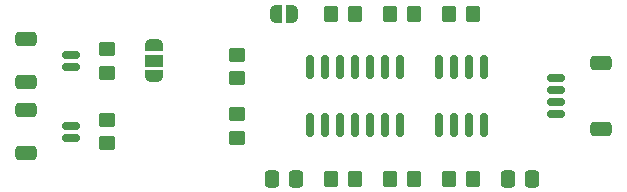
<source format=gts>
%TF.GenerationSoftware,KiCad,Pcbnew,7.0.5*%
%TF.CreationDate,2024-03-22T22:58:55+01:00*%
%TF.ProjectId,anemometer,616e656d-6f6d-4657-9465-722e6b696361,rev?*%
%TF.SameCoordinates,Original*%
%TF.FileFunction,Soldermask,Top*%
%TF.FilePolarity,Negative*%
%FSLAX46Y46*%
G04 Gerber Fmt 4.6, Leading zero omitted, Abs format (unit mm)*
G04 Created by KiCad (PCBNEW 7.0.5) date 2024-03-22 22:58:55*
%MOMM*%
%LPD*%
G01*
G04 APERTURE LIST*
G04 Aperture macros list*
%AMRoundRect*
0 Rectangle with rounded corners*
0 $1 Rounding radius*
0 $2 $3 $4 $5 $6 $7 $8 $9 X,Y pos of 4 corners*
0 Add a 4 corners polygon primitive as box body*
4,1,4,$2,$3,$4,$5,$6,$7,$8,$9,$2,$3,0*
0 Add four circle primitives for the rounded corners*
1,1,$1+$1,$2,$3*
1,1,$1+$1,$4,$5*
1,1,$1+$1,$6,$7*
1,1,$1+$1,$8,$9*
0 Add four rect primitives between the rounded corners*
20,1,$1+$1,$2,$3,$4,$5,0*
20,1,$1+$1,$4,$5,$6,$7,0*
20,1,$1+$1,$6,$7,$8,$9,0*
20,1,$1+$1,$8,$9,$2,$3,0*%
%AMFreePoly0*
4,1,19,0.500000,-0.750000,0.000000,-0.750000,0.000000,-0.744911,-0.071157,-0.744911,-0.207708,-0.704816,-0.327430,-0.627875,-0.420627,-0.520320,-0.479746,-0.390866,-0.500000,-0.250000,-0.500000,0.250000,-0.479746,0.390866,-0.420627,0.520320,-0.327430,0.627875,-0.207708,0.704816,-0.071157,0.744911,0.000000,0.744911,0.000000,0.750000,0.500000,0.750000,0.500000,-0.750000,0.500000,-0.750000,
$1*%
%AMFreePoly1*
4,1,19,0.000000,0.744911,0.071157,0.744911,0.207708,0.704816,0.327430,0.627875,0.420627,0.520320,0.479746,0.390866,0.500000,0.250000,0.500000,-0.250000,0.479746,-0.390866,0.420627,-0.520320,0.327430,-0.627875,0.207708,-0.704816,0.071157,-0.744911,0.000000,-0.744911,0.000000,-0.750000,-0.500000,-0.750000,-0.500000,0.750000,0.000000,0.750000,0.000000,0.744911,0.000000,0.744911,
$1*%
%AMFreePoly2*
4,1,19,0.550000,-0.750000,0.000000,-0.750000,0.000000,-0.744911,-0.071157,-0.744911,-0.207708,-0.704816,-0.327430,-0.627875,-0.420627,-0.520320,-0.479746,-0.390866,-0.500000,-0.250000,-0.500000,0.250000,-0.479746,0.390866,-0.420627,0.520320,-0.327430,0.627875,-0.207708,0.704816,-0.071157,0.744911,0.000000,0.744911,0.000000,0.750000,0.550000,0.750000,0.550000,-0.750000,0.550000,-0.750000,
$1*%
%AMFreePoly3*
4,1,19,0.000000,0.744911,0.071157,0.744911,0.207708,0.704816,0.327430,0.627875,0.420627,0.520320,0.479746,0.390866,0.500000,0.250000,0.500000,-0.250000,0.479746,-0.390866,0.420627,-0.520320,0.327430,-0.627875,0.207708,-0.704816,0.071157,-0.744911,0.000000,-0.744911,0.000000,-0.750000,-0.550000,-0.750000,-0.550000,0.750000,0.000000,0.750000,0.000000,0.744911,0.000000,0.744911,
$1*%
G04 Aperture macros list end*
%ADD10RoundRect,0.250000X0.337500X0.475000X-0.337500X0.475000X-0.337500X-0.475000X0.337500X-0.475000X0*%
%ADD11RoundRect,0.250000X0.450000X-0.350000X0.450000X0.350000X-0.450000X0.350000X-0.450000X-0.350000X0*%
%ADD12RoundRect,0.150000X0.150000X-0.825000X0.150000X0.825000X-0.150000X0.825000X-0.150000X-0.825000X0*%
%ADD13RoundRect,0.250000X0.350000X0.450000X-0.350000X0.450000X-0.350000X-0.450000X0.350000X-0.450000X0*%
%ADD14RoundRect,0.150000X-0.625000X0.150000X-0.625000X-0.150000X0.625000X-0.150000X0.625000X0.150000X0*%
%ADD15RoundRect,0.250000X-0.650000X0.350000X-0.650000X-0.350000X0.650000X-0.350000X0.650000X0.350000X0*%
%ADD16RoundRect,0.250000X-0.350000X-0.450000X0.350000X-0.450000X0.350000X0.450000X-0.350000X0.450000X0*%
%ADD17FreePoly0,180.000000*%
%ADD18FreePoly1,180.000000*%
%ADD19RoundRect,0.150000X0.625000X-0.150000X0.625000X0.150000X-0.625000X0.150000X-0.625000X-0.150000X0*%
%ADD20RoundRect,0.250000X0.650000X-0.350000X0.650000X0.350000X-0.650000X0.350000X-0.650000X-0.350000X0*%
%ADD21RoundRect,0.250000X-0.337500X-0.475000X0.337500X-0.475000X0.337500X0.475000X-0.337500X0.475000X0*%
%ADD22RoundRect,0.150000X-0.150000X0.825000X-0.150000X-0.825000X0.150000X-0.825000X0.150000X0.825000X0*%
%ADD23FreePoly2,270.000000*%
%ADD24R,1.500000X1.000000*%
%ADD25FreePoly3,270.000000*%
G04 APERTURE END LIST*
D10*
%TO.C,C1*%
X93037500Y-99000000D03*
X90962500Y-99000000D03*
%TD*%
D11*
%TO.C,R2*%
X88000000Y-90500000D03*
X88000000Y-88500000D03*
%TD*%
D12*
%TO.C,U1*%
X94190000Y-94475000D03*
X95460000Y-94475000D03*
X96730000Y-94475000D03*
X98000000Y-94475000D03*
X99270000Y-94475000D03*
X100540000Y-94475000D03*
X101810000Y-94475000D03*
X101810000Y-89525000D03*
X100540000Y-89525000D03*
X99270000Y-89525000D03*
X98000000Y-89525000D03*
X96730000Y-89525000D03*
X95460000Y-89525000D03*
X94190000Y-89525000D03*
%TD*%
D13*
%TO.C,R4*%
X108000000Y-99000000D03*
X106000000Y-99000000D03*
%TD*%
D14*
%TO.C,Spkr2*%
X74000000Y-88500000D03*
X74000000Y-89500000D03*
D15*
X70125000Y-87200000D03*
X70125000Y-90800000D03*
%TD*%
D11*
%TO.C,R3*%
X77000000Y-96000000D03*
X77000000Y-94000000D03*
%TD*%
D16*
%TO.C,R10*%
X106000000Y-85000000D03*
X108000000Y-85000000D03*
%TD*%
D17*
%TO.C,S2_EN2*%
X92650000Y-85000000D03*
D18*
X91350000Y-85000000D03*
%TD*%
D16*
%TO.C,R5*%
X96000000Y-99000000D03*
X98000000Y-99000000D03*
%TD*%
D14*
%TO.C,Spkr1*%
X74000000Y-94500000D03*
X74000000Y-95500000D03*
D15*
X70125000Y-93200000D03*
X70125000Y-96800000D03*
%TD*%
D19*
%TO.C,MCU1*%
X115000000Y-93500000D03*
X115000000Y-92500000D03*
X115000000Y-91500000D03*
X115000000Y-90500000D03*
D20*
X118875000Y-94800000D03*
X118875000Y-89200000D03*
%TD*%
D13*
%TO.C,R13*%
X103000000Y-85000000D03*
X101000000Y-85000000D03*
%TD*%
%TO.C,R6*%
X103000000Y-99000000D03*
X101000000Y-99000000D03*
%TD*%
D16*
%TO.C,R11*%
X96000000Y-85000000D03*
X98000000Y-85000000D03*
%TD*%
D21*
%TO.C,C2*%
X110962500Y-99000000D03*
X113037500Y-99000000D03*
%TD*%
D22*
%TO.C,U2*%
X108905000Y-89525000D03*
X107635000Y-89525000D03*
X106365000Y-89525000D03*
X105095000Y-89525000D03*
X105095000Y-94475000D03*
X106365000Y-94475000D03*
X107635000Y-94475000D03*
X108905000Y-94475000D03*
%TD*%
D23*
%TO.C,S2_EN1*%
X81000000Y-87700000D03*
D24*
X81000000Y-89000000D03*
D25*
X81000000Y-90300000D03*
%TD*%
D11*
%TO.C,R9*%
X77000000Y-90000000D03*
X77000000Y-88000000D03*
%TD*%
%TO.C,R1*%
X88000000Y-95500000D03*
X88000000Y-93500000D03*
%TD*%
M02*

</source>
